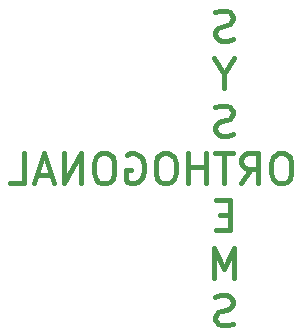
<source format=gbr>
G04 #@! TF.FileFunction,Legend,Bot*
%FSLAX46Y46*%
G04 Gerber Fmt 4.6, Leading zero omitted, Abs format (unit mm)*
G04 Created by KiCad (PCBNEW 4.0.1-3.201512150931+6195~38~ubuntu15.04.1-stable) date Sun 01 May 2016 04:30:14 AM CDT*
%MOMM*%
G01*
G04 APERTURE LIST*
%ADD10C,0.100000*%
%ADD11C,0.457200*%
G04 APERTURE END LIST*
D10*
D11*
X136361714Y-123608495D02*
X135998857Y-123729448D01*
X135394095Y-123729448D01*
X135152191Y-123608495D01*
X135031238Y-123487543D01*
X134910286Y-123245638D01*
X134910286Y-123003733D01*
X135031238Y-122761829D01*
X135152191Y-122640876D01*
X135394095Y-122519924D01*
X135877905Y-122398971D01*
X136119810Y-122278019D01*
X136240762Y-122157067D01*
X136361714Y-121915162D01*
X136361714Y-121673257D01*
X136240762Y-121431352D01*
X136119810Y-121310400D01*
X135877905Y-121189448D01*
X135273143Y-121189448D01*
X134910286Y-121310400D01*
X135636000Y-126533124D02*
X135636000Y-127742648D01*
X136482666Y-125202648D02*
X135636000Y-126533124D01*
X134789333Y-125202648D01*
X136361714Y-131634895D02*
X135998857Y-131755848D01*
X135394095Y-131755848D01*
X135152191Y-131634895D01*
X135031238Y-131513943D01*
X134910286Y-131272038D01*
X134910286Y-131030133D01*
X135031238Y-130788229D01*
X135152191Y-130667276D01*
X135394095Y-130546324D01*
X135877905Y-130425371D01*
X136119810Y-130304419D01*
X136240762Y-130183467D01*
X136361714Y-129941562D01*
X136361714Y-129699657D01*
X136240762Y-129457752D01*
X136119810Y-129336800D01*
X135877905Y-129215848D01*
X135273143Y-129215848D01*
X134910286Y-129336800D01*
X136361714Y-133229048D02*
X134910286Y-133229048D01*
X135636000Y-135769048D02*
X135636000Y-133229048D01*
X136180285Y-138451771D02*
X135333618Y-138451771D01*
X134970761Y-139782248D02*
X136180285Y-139782248D01*
X136180285Y-137242248D01*
X134970761Y-137242248D01*
X136482666Y-143795448D02*
X136482666Y-141255448D01*
X135635999Y-143069733D01*
X134789333Y-141255448D01*
X134789333Y-143795448D01*
X136361714Y-147687695D02*
X135998857Y-147808648D01*
X135394095Y-147808648D01*
X135152191Y-147687695D01*
X135031238Y-147566743D01*
X134910286Y-147324838D01*
X134910286Y-147082933D01*
X135031238Y-146841029D01*
X135152191Y-146720076D01*
X135394095Y-146599124D01*
X135877905Y-146478171D01*
X136119810Y-146357219D01*
X136240762Y-146236267D01*
X136361714Y-145994362D01*
X136361714Y-145752457D01*
X136240762Y-145510552D01*
X136119810Y-145389600D01*
X135877905Y-145268648D01*
X135273143Y-145268648D01*
X134910286Y-145389600D01*
X140728094Y-133229048D02*
X140244284Y-133229048D01*
X140002379Y-133350000D01*
X139760475Y-133591905D01*
X139639522Y-134075714D01*
X139639522Y-134922381D01*
X139760475Y-135406190D01*
X140002379Y-135648095D01*
X140244284Y-135769048D01*
X140728094Y-135769048D01*
X140969998Y-135648095D01*
X141211903Y-135406190D01*
X141332855Y-134922381D01*
X141332855Y-134075714D01*
X141211903Y-133591905D01*
X140969998Y-133350000D01*
X140728094Y-133229048D01*
X137099523Y-135769048D02*
X137946189Y-134559524D01*
X138550951Y-135769048D02*
X138550951Y-133229048D01*
X137583332Y-133229048D01*
X137341427Y-133350000D01*
X137220475Y-133470952D01*
X137099523Y-133712857D01*
X137099523Y-134075714D01*
X137220475Y-134317619D01*
X137341427Y-134438571D01*
X137583332Y-134559524D01*
X138550951Y-134559524D01*
X136373808Y-133229048D02*
X134922380Y-133229048D01*
X135648094Y-135769048D02*
X135648094Y-133229048D01*
X134075713Y-135769048D02*
X134075713Y-133229048D01*
X134075713Y-134438571D02*
X132624285Y-134438571D01*
X132624285Y-135769048D02*
X132624285Y-133229048D01*
X130930952Y-133229048D02*
X130447142Y-133229048D01*
X130205237Y-133350000D01*
X129963333Y-133591905D01*
X129842380Y-134075714D01*
X129842380Y-134922381D01*
X129963333Y-135406190D01*
X130205237Y-135648095D01*
X130447142Y-135769048D01*
X130930952Y-135769048D01*
X131172856Y-135648095D01*
X131414761Y-135406190D01*
X131535713Y-134922381D01*
X131535713Y-134075714D01*
X131414761Y-133591905D01*
X131172856Y-133350000D01*
X130930952Y-133229048D01*
X127423333Y-133350000D02*
X127665238Y-133229048D01*
X128028095Y-133229048D01*
X128390952Y-133350000D01*
X128632857Y-133591905D01*
X128753809Y-133833810D01*
X128874761Y-134317619D01*
X128874761Y-134680476D01*
X128753809Y-135164286D01*
X128632857Y-135406190D01*
X128390952Y-135648095D01*
X128028095Y-135769048D01*
X127786190Y-135769048D01*
X127423333Y-135648095D01*
X127302381Y-135527143D01*
X127302381Y-134680476D01*
X127786190Y-134680476D01*
X125730000Y-133229048D02*
X125246190Y-133229048D01*
X125004285Y-133350000D01*
X124762381Y-133591905D01*
X124641428Y-134075714D01*
X124641428Y-134922381D01*
X124762381Y-135406190D01*
X125004285Y-135648095D01*
X125246190Y-135769048D01*
X125730000Y-135769048D01*
X125971904Y-135648095D01*
X126213809Y-135406190D01*
X126334761Y-134922381D01*
X126334761Y-134075714D01*
X126213809Y-133591905D01*
X125971904Y-133350000D01*
X125730000Y-133229048D01*
X123552857Y-135769048D02*
X123552857Y-133229048D01*
X122101429Y-135769048D01*
X122101429Y-133229048D01*
X121012857Y-135043333D02*
X119803334Y-135043333D01*
X121254762Y-135769048D02*
X120408096Y-133229048D01*
X119561429Y-135769048D01*
X117505238Y-135769048D02*
X118714762Y-135769048D01*
X118714762Y-133229048D01*
M02*

</source>
